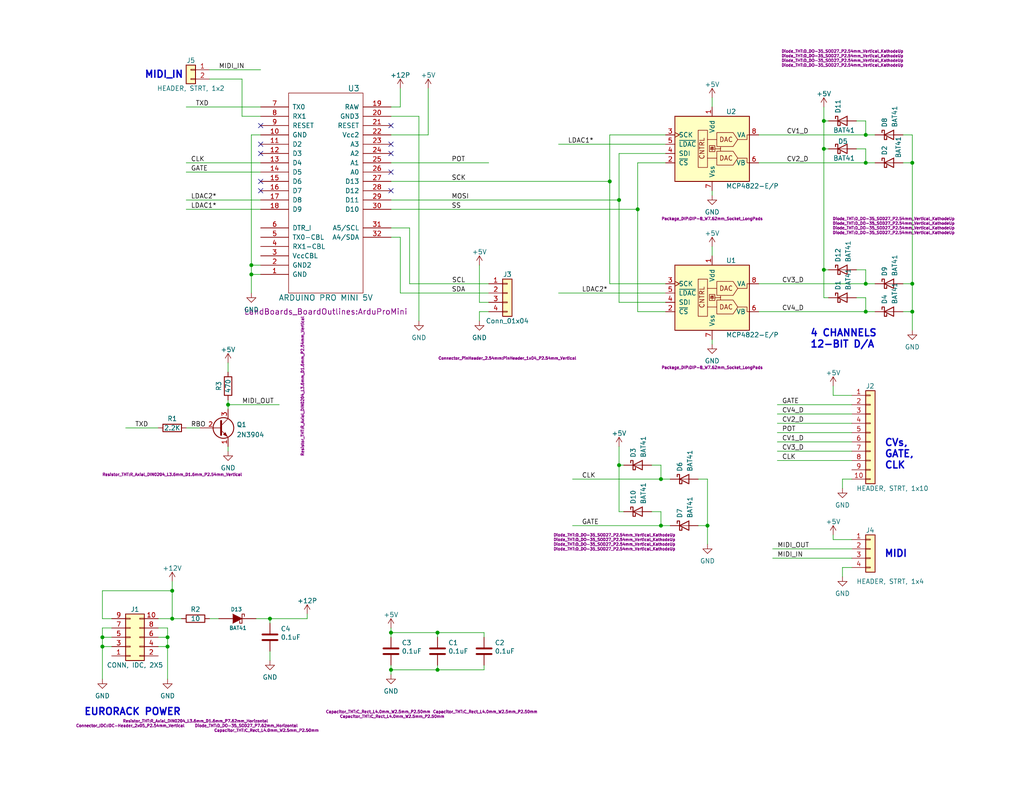
<source format=kicad_sch>
(kicad_sch (version 20211123) (generator eeschema)
  (paper "A")
  (title_block (title "SYNTH MIDI CONTROLLER") (date "2022-11-01") (rev "1") (company "LAND BOARDS LLC") (comment 1 "https://note.com/solder_state/n/n17e028497eba"))
  (lib_symbols
    (symbol "Analog_DAC:MCP4822" (pin_names (offset 1.016))
      (property "Reference" "U" (at -2.54 10.795 0))
      (property "Value" "MCP4822" (at -2.54 8.89 0))
      (symbol "MCP4822_0_0"
        (polyline (pts (xy 0 -1.778) (xy 0 -0.635)))
        (polyline (pts (xy 0.381 -0.889) (xy 0.508 -0.762)))
        (polyline (pts (xy 2.286 -1.143) (xy 2.286 -1.905)))
        (polyline (pts (xy 0.381 -0.889) (xy -0.381 -0.889) (xy -0.508 -1.016)))
        (polyline (pts (xy 0.762 -1.27) (xy 2.286 -1.27) (xy 2.286 -0.762)))
        (polyline (pts (xy 0 -0.889) (xy 0.508 -1.397) (xy -0.508 -1.397) (xy 0 -0.889)))
        (polyline (pts (xy 6.985 -3.81) (xy 9.525 -3.81) (xy 9.525 -5.08) (xy 10.16 -5.08)))
        (polyline (pts (xy 6.985 1.27) (xy 9.525 1.27) (xy 9.525 2.54) (xy 10.16 2.54)))
        (rectangle (start 0.762 -0.381) (end -0.762 -2.032))
        (text "CNTRL" (at -2.032 -4.191 900) (effects (font (size 1.27 1.27)) (justify left bottom)))
        (text "DAC" (at 3.81 -3.81 0) (effects (font (size 1.27 1.27))))
        (text "DAC" (at 3.81 1.27 0) (effects (font (size 1.27 1.27))))
      )
      (symbol "MCP4822_0_1"
        (rectangle (start -10.16 7.62) (end 10.16 -10.16) (stroke (width 0.254)) (fill (type background)))
        (rectangle (start -1.27 -6.35) (end -3.81 3.81))
        (polyline (pts (xy 1.27 -3.81) (xy -1.27 -3.81)))
        (polyline (pts (xy 1.27 1.27) (xy -1.27 1.27)))
        (polyline (pts (xy 6.985 -3.81) (xy 5.715 -1.905) (xy 1.27 -1.905) (xy 1.27 -5.715) (xy 5.715 -5.715) (xy 6.985 -3.81)))
        (polyline (pts (xy 6.985 1.27) (xy 5.715 3.175) (xy 1.27 3.175) (xy 1.27 -0.635) (xy 5.715 -0.635) (xy 6.985 1.27)))
      )
      (symbol "MCP4822_1_1"
        (pin power_in line (at 0 10.16 270) (length 2.54) (name "Vdd") (number "1"))
        (pin input line (at -12.7 -5.08 0) (length 2.54) (name "~{CS}") (number "2"))
        (pin input clock (at -12.7 2.54 0) (length 2.54) (name "SCK") (number "3"))
        (pin input line (at -12.7 -2.54 0) (length 2.54) (name "SDI") (number "4"))
        (pin input line (at -12.7 0 0) (length 2.54) (name "~{LDAC}") (number "5"))
        (pin output line (at 12.7 -5.08 180) (length 2.54) (name "VB") (number "6"))
        (pin power_in line (at 0 -12.7 90) (length 2.54) (name "Vss") (number "7"))
        (pin output line (at 12.7 2.54 180) (length 2.54) (name "VA") (number "8"))
      )
    )
    (symbol "Connector_Generic:Conn_01x02" (pin_names (offset 1.016) hide)
      (property "Reference" "J" (at 0 2.54 0))
      (property "Value" "Conn_01x02" (at 0 -5.08 0))
      (symbol "Conn_01x02_1_1"
        (rectangle (start -1.27 -2.413) (end 0 -2.667) (stroke (width 0.1524)))
        (rectangle (start -1.27 0.127) (end 0 -0.127) (stroke (width 0.1524)))
        (rectangle (start -1.27 1.27) (end 1.27 -3.81) (stroke (width 0.254)) (fill (type background)))
        (pin passive line (at -5.08 0 0) (length 3.81) (name "Pin_1") (number "1"))
        (pin passive line (at -5.08 -2.54 0) (length 3.81) (name "Pin_2") (number "2"))
      )
    )
    (symbol "Connector_Generic:Conn_01x04" (pin_names (offset 1.016) hide)
      (property "Reference" "J" (at 0 5.08 0))
      (property "Value" "Conn_01x04" (at 0 -7.62 0))
      (symbol "Conn_01x04_1_1"
        (rectangle (start -1.27 -4.953) (end 0 -5.207) (stroke (width 0.1524)))
        (rectangle (start -1.27 -2.413) (end 0 -2.667) (stroke (width 0.1524)))
        (rectangle (start -1.27 0.127) (end 0 -0.127) (stroke (width 0.1524)))
        (rectangle (start -1.27 2.667) (end 0 2.413) (stroke (width 0.1524)))
        (rectangle (start -1.27 3.81) (end 1.27 -6.35) (stroke (width 0.254)) (fill (type background)))
        (pin passive line (at -5.08 2.54 0) (length 3.81) (name "Pin_1") (number "1"))
        (pin passive line (at -5.08 0 0) (length 3.81) (name "Pin_2") (number "2"))
        (pin passive line (at -5.08 -2.54 0) (length 3.81) (name "Pin_3") (number "3"))
        (pin passive line (at -5.08 -5.08 0) (length 3.81) (name "Pin_4") (number "4"))
      )
    )
    (symbol "Connector_Generic:Conn_01x10" (pin_names (offset 1.016) hide)
      (property "Reference" "J" (at 0 12.7 0))
      (property "Value" "Conn_01x10" (at 0 -15.24 0))
      (symbol "Conn_01x10_1_1"
        (rectangle (start -1.27 -12.573) (end 0 -12.827) (stroke (width 0.1524)))
        (rectangle (start -1.27 -10.033) (end 0 -10.287) (stroke (width 0.1524)))
        (rectangle (start -1.27 -7.493) (end 0 -7.747) (stroke (width 0.1524)))
        (rectangle (start -1.27 -4.953) (end 0 -5.207) (stroke (width 0.1524)))
        (rectangle (start -1.27 -2.413) (end 0 -2.667) (stroke (width 0.1524)))
        (rectangle (start -1.27 0.127) (end 0 -0.127) (stroke (width 0.1524)))
        (rectangle (start -1.27 2.667) (end 0 2.413) (stroke (width 0.1524)))
        (rectangle (start -1.27 5.207) (end 0 4.953) (stroke (width 0.1524)))
        (rectangle (start -1.27 7.747) (end 0 7.493) (stroke (width 0.1524)))
        (rectangle (start -1.27 10.287) (end 0 10.033) (stroke (width 0.1524)))
        (rectangle (start -1.27 11.43) (end 1.27 -13.97) (stroke (width 0.254)) (fill (type background)))
        (pin passive line (at -5.08 10.16 0) (length 3.81) (name "Pin_1") (number "1"))
        (pin passive line (at -5.08 -12.7 0) (length 3.81) (name "Pin_10") (number "10"))
        (pin passive line (at -5.08 7.62 0) (length 3.81) (name "Pin_2") (number "2"))
        (pin passive line (at -5.08 5.08 0) (length 3.81) (name "Pin_3") (number "3"))
        (pin passive line (at -5.08 2.54 0) (length 3.81) (name "Pin_4") (number "4"))
        (pin passive line (at -5.08 0 0) (length 3.81) (name "Pin_5") (number "5"))
        (pin passive line (at -5.08 -2.54 0) (length 3.81) (name "Pin_6") (number "6"))
        (pin passive line (at -5.08 -5.08 0) (length 3.81) (name "Pin_7") (number "7"))
        (pin passive line (at -5.08 -7.62 0) (length 3.81) (name "Pin_8") (number "8"))
        (pin passive line (at -5.08 -10.16 0) (length 3.81) (name "Pin_9") (number "9"))
      )
    )
    (symbol "Connector_Generic:Conn_02x05_Odd_Even" (pin_names (offset 1.016) hide)
      (property "Reference" "J" (at 1.27 7.62 0))
      (property "Value" "Conn_02x05_Odd_Even" (at 1.27 -7.62 0))
      (symbol "Conn_02x05_Odd_Even_1_1"
        (rectangle (start -1.27 -4.953) (end 0 -5.207) (stroke (width 0.1524)))
        (rectangle (start -1.27 -2.413) (end 0 -2.667) (stroke (width 0.1524)))
        (rectangle (start -1.27 0.127) (end 0 -0.127) (stroke (width 0.1524)))
        (rectangle (start -1.27 2.667) (end 0 2.413) (stroke (width 0.1524)))
        (rectangle (start -1.27 5.207) (end 0 4.953) (stroke (width 0.1524)))
        (rectangle (start -1.27 6.35) (end 3.81 -6.35) (stroke (width 0.254)) (fill (type background)))
        (rectangle (start 3.81 -4.953) (end 2.54 -5.207) (stroke (width 0.1524)))
        (rectangle (start 3.81 -2.413) (end 2.54 -2.667) (stroke (width 0.1524)))
        (rectangle (start 3.81 0.127) (end 2.54 -0.127) (stroke (width 0.1524)))
        (rectangle (start 3.81 2.667) (end 2.54 2.413) (stroke (width 0.1524)))
        (rectangle (start 3.81 5.207) (end 2.54 4.953) (stroke (width 0.1524)))
        (pin passive line (at -5.08 5.08 0) (length 3.81) (name "Pin_1") (number "1"))
        (pin passive line (at 7.62 -5.08 180) (length 3.81) (name "Pin_10") (number "10"))
        (pin passive line (at 7.62 5.08 180) (length 3.81) (name "Pin_2") (number "2"))
        (pin passive line (at -5.08 2.54 0) (length 3.81) (name "Pin_3") (number "3"))
        (pin passive line (at 7.62 2.54 180) (length 3.81) (name "Pin_4") (number "4"))
        (pin passive line (at -5.08 0 0) (length 3.81) (name "Pin_5") (number "5"))
        (pin passive line (at 7.62 0 180) (length 3.81) (name "Pin_6") (number "6"))
        (pin passive line (at -5.08 -2.54 0) (length 3.81) (name "Pin_7") (number "7"))
        (pin passive line (at 7.62 -2.54 180) (length 3.81) (name "Pin_8") (number "8"))
        (pin passive line (at -5.08 -5.08 0) (length 3.81) (name "Pin_9") (number "9"))
      )
    )
    (symbol "Device:C" (pin_numbers hide) (pin_names (offset 0.254))
      (property "Reference" "C" (at 0.635 2.54 0))
      (property "Value" "C" (at 0.635 -2.54 0))
      (symbol "C_0_1"
        (polyline (pts (xy -2.032 -0.762) (xy 2.032 -0.762)) (stroke (width 0.508)))
        (polyline (pts (xy -2.032 0.762) (xy 2.032 0.762)) (stroke (width 0.508)))
      )
      (symbol "C_1_1"
        (pin passive line (at 0 3.81 270) (length 2.794) (name "~") (number "1"))
        (pin passive line (at 0 -3.81 90) (length 2.794) (name "~") (number "2"))
      )
    )
    (symbol "Device:D_Schottky" (pin_numbers hide) (pin_names (offset 1.016) hide)
      (property "Reference" "D" (at 0 2.54 0))
      (property "Value" "D_Schottky" (at 0 -2.54 0))
      (symbol "D_Schottky_0_1"
        (polyline (pts (xy 1.27 0) (xy -1.27 0)))
        (polyline (pts (xy 1.27 1.27) (xy 1.27 -1.27) (xy -1.27 0) (xy 1.27 1.27)) (stroke (width 0.254)))
        (polyline (pts (xy -1.905 0.635) (xy -1.905 1.27) (xy -1.27 1.27) (xy -1.27 -1.27) (xy -0.635 -1.27) (xy -0.635 -0.635)) (stroke (width 0.254)))
      )
      (symbol "D_Schottky_1_1"
        (pin passive line (at -3.81 0 0) (length 2.54) (name "K") (number "1"))
        (pin passive line (at 3.81 0 180) (length 2.54) (name "A") (number "2"))
      )
    )
    (symbol "Device:R" (pin_numbers hide) (pin_names (offset 0))
      (property "Reference" "R" (at 2.032 0 90))
      (property "Value" "R" (at 0 0 90))
      (symbol "R_0_1"
        (rectangle (start -1.016 -2.54) (end 1.016 2.54) (stroke (width 0.254)))
      )
      (symbol "R_1_1"
        (pin passive line (at 0 3.81 270) (length 1.27) (name "~") (number "1"))
        (pin passive line (at 0 -3.81 90) (length 1.27) (name "~") (number "2"))
      )
    )
    (symbol "LandBoards_Semis:DIODESCH-fixed" (pin_numbers hide) (pin_names (offset 1.016) hide)
      (property "Reference" "D" (at 0 2.54 0))
      (property "Value" "DIODESCH-fixed" (at 0 -2.54 0))
      (symbol "DIODESCH-fixed_0_1"
        (polyline (pts (xy -1.27 1.27) (xy 1.27 0) (xy -1.27 -1.27)) (fill (type outline)))
        (polyline (pts (xy 1.905 0.635) (xy 1.905 1.27) (xy 1.27 1.27) (xy 1.27 -1.27) (xy 0.635 -1.27) (xy 0.635 -0.635)) (stroke (width 0.2032)))
      )
      (symbol "DIODESCH-fixed_1_1"
        (pin passive line (at 5.08 0 180) (length 3.81) (name "K") (number "1"))
        (pin passive line (at -5.08 0 0) (length 3.81) (name "A") (number "2"))
      )
    )
    (symbol "Transistor_BJT:2N3904" (pin_names (offset 0) hide)
      (property "Reference" "Q" (at 5.08 1.905 0))
      (property "Value" "2N3904" (at 5.08 0 0))
      (symbol "2N3904_0_1"
        (polyline (pts (xy 0.635 0.635) (xy 2.54 2.54)))
        (polyline (pts (xy 0.635 -0.635) (xy 2.54 -2.54) (xy 2.54 -2.54)))
        (polyline (pts (xy 0.635 1.905) (xy 0.635 -1.905) (xy 0.635 -1.905)) (stroke (width 0.508)))
        (polyline (pts (xy 1.27 -1.778) (xy 1.778 -1.27) (xy 2.286 -2.286) (xy 1.27 -1.778) (xy 1.27 -1.778)) (fill (type outline)))
        (circle (center 1.27 0) (radius 2.8194) (stroke (width 0.254)))
      )
      (symbol "2N3904_1_1"
        (pin passive line (at 2.54 -5.08 90) (length 2.54) (name "E") (number "1"))
        (pin passive line (at -5.08 0 0) (length 5.715) (name "B") (number "2"))
        (pin passive line (at 2.54 5.08 270) (length 2.54) (name "C") (number "3"))
      )
    )
    (symbol "VFO-003-rescue:ARDUPROMINI-ArduProMiniTKB" (pin_names (offset 1.016))
      (property "Reference" "uP" (at 10.16 19.05 0))
      (property "Value" "ARDUPROMINI-ArduProMiniTKB" (at 15.24 21.59 0))
      (symbol "ARDUPROMINI-ArduProMiniTKB_0_1"
        (polyline (pts (xy -10.16 -35.56) (xy -10.16 19.05) (xy 10.16 19.05) (xy 10.16 -35.56) (xy 0 -35.56) (xy -10.16 -35.56)))
      )
      (symbol "ARDUPROMINI-ArduProMiniTKB_1_1"
        (pin unspecified line (at -17.78 -30.48 0) (length 7.62) (name "GND") (number "1"))
        (pin unspecified line (at -17.78 7.62 0) (length 7.62) (name "GND") (number "10"))
        (pin bidirectional line (at -17.78 5.08 0) (length 7.62) (name "D2") (number "11"))
        (pin bidirectional line (at -17.78 2.54 0) (length 7.62) (name "D3") (number "12"))
        (pin bidirectional line (at -17.78 0 0) (length 7.62) (name "D4") (number "13"))
        (pin bidirectional line (at -17.78 -2.54 0) (length 7.62) (name "D5") (number "14"))
        (pin bidirectional line (at -17.78 -5.08 0) (length 7.62) (name "D6") (number "15"))
        (pin bidirectional line (at -17.78 -7.62 0) (length 7.62) (name "D7") (number "16"))
        (pin bidirectional line (at -17.78 -10.16 0) (length 7.62) (name "D8") (number "17"))
        (pin bidirectional line (at -17.78 -12.7 0) (length 7.62) (name "D9") (number "18"))
        (pin unspecified line (at 17.78 15.24 180) (length 7.62) (name "RAW") (number "19"))
        (pin unspecified line (at -17.78 -27.94 0) (length 7.62) (name "GND2") (number "2"))
        (pin unspecified line (at 17.78 12.7 180) (length 7.62) (name "GND3") (number "20"))
        (pin input line (at 17.78 10.16 180) (length 7.62) (name "RESET") (number "21"))
        (pin unspecified line (at 17.78 7.62 180) (length 7.62) (name "Vcc2") (number "22"))
        (pin bidirectional line (at 17.78 5.08 180) (length 7.62) (name "A3") (number "23"))
        (pin bidirectional line (at 17.78 2.54 180) (length 7.62) (name "A2") (number "24"))
        (pin bidirectional line (at 17.78 0 180) (length 7.62) (name "A1") (number "25"))
        (pin bidirectional line (at 17.78 -2.54 180) (length 7.62) (name "A0") (number "26"))
        (pin bidirectional line (at 17.78 -5.08 180) (length 7.62) (name "D13") (number "27"))
        (pin input line (at 17.78 -7.62 180) (length 7.62) (name "D12") (number "28"))
        (pin bidirectional line (at 17.78 -10.16 180) (length 7.62) (name "D11") (number "29"))
        (pin power_in line (at -17.78 -25.4 0) (length 7.62) (name "VccCBL") (number "3"))
        (pin bidirectional line (at 17.78 -12.7 180) (length 7.62) (name "D10") (number "30"))
        (pin bidirectional line (at 17.78 -17.78 180) (length 7.62) (name "A5/SCL") (number "31"))
        (pin bidirectional line (at 17.78 -20.32 180) (length 7.62) (name "A4/SDA") (number "32"))
        (pin unspecified line (at -17.78 -22.86 0) (length 7.62) (name "RX1-CBL") (number "4"))
        (pin unspecified line (at -17.78 -20.32 0) (length 7.62) (name "TX0-CBL") (number "5"))
        (pin unspecified line (at -17.78 -17.78 0) (length 7.62) (name "DTR_I") (number "6"))
        (pin bidirectional line (at -17.78 15.24 0) (length 7.62) (name "TX0") (number "7"))
        (pin bidirectional line (at -17.78 12.7 0) (length 7.62) (name "RX1") (number "8"))
        (pin input line (at -17.78 10.16 0) (length 7.62) (name "RESET") (number "9"))
      )
    )
    (symbol "power:+12P" (power) (pin_names (offset 0))
      (property "Value" "+12P" (at 0 3.556 0))
      (symbol "+12P_0_1"
        (polyline (pts (xy -0.762 1.27) (xy 0 2.54)))
        (polyline (pts (xy 0 0) (xy 0 2.54)))
        (polyline (pts (xy 0 2.54) (xy 0.762 1.27)))
      )
      (symbol "+12P_1_1"
        (pin power_in line (at 0 0 90) (length 0) hide (name "+12P") (number "1"))
      )
    )
    (symbol "power:+12V" (power) (pin_names (offset 0))
      (property "Value" "+12V" (at 0 3.556 0))
      (symbol "+12V_0_1"
        (polyline (pts (xy -0.762 1.27) (xy 0 2.54)))
        (polyline (pts (xy 0 0) (xy 0 2.54)))
        (polyline (pts (xy 0 2.54) (xy 0.762 1.27)))
      )
      (symbol "+12V_1_1"
        (pin power_in line (at 0 0 90) (length 0) hide (name "+12V") (number "1"))
      )
    )
    (symbol "power:+5V" (power) (pin_names (offset 0))
      (property "Value" "+5V" (at 0 3.556 0))
      (symbol "+5V_0_1"
        (polyline (pts (xy -0.762 1.27) (xy 0 2.54)))
        (polyline (pts (xy 0 0) (xy 0 2.54)))
        (polyline (pts (xy 0 2.54) (xy 0.762 1.27)))
      )
      (symbol "+5V_1_1"
        (pin power_in line (at 0 0 90) (length 0) hide (name "+5V") (number "1"))
      )
    )
    (symbol "power:GND" (power) (pin_names (offset 0))
      (property "Value" "GND" (at 0 -3.81 0))
      (symbol "GND_0_1"
        (polyline (pts (xy 0 0) (xy 0 -1.27) (xy 1.27 -1.27) (xy 0 -2.54) (xy -1.27 -1.27) (xy 0 -1.27)))
      )
      (symbol "GND_1_1"
        (pin power_in line (at 0 0 270) (length 0) hide (name "GND") (number "1"))
      )
    )
  )
  (junction (at 68.58 72.39))
  (junction (at 45.72 176.53))
  (junction (at 119.38 172.72))
  (junction (at 27.94 173.99))
  (junction (at 119.38 182.88))
  (junction (at 68.58 74.93))
  (junction (at 248.92 44.45))
  (junction (at 106.68 172.72))
  (junction (at 73.66 168.91))
  (junction (at 248.92 77.47))
  (junction (at 236.22 44.45))
  (junction (at 224.79 33.02))
  (junction (at 46.99 168.91))
  (junction (at 180.34 130.81))
  (junction (at 180.34 143.51))
  (junction (at 166.37 49.53))
  (junction (at 193.04 143.51))
  (junction (at 173.99 57.15))
  (junction (at 45.72 173.99))
  (junction (at 236.22 85.09))
  (junction (at 224.79 73.66))
  (junction (at 236.22 36.83))
  (junction (at 168.91 54.61))
  (junction (at 46.99 161.29))
  (junction (at 62.23 110.49))
  (junction (at 168.91 127))
  (junction (at 248.92 85.09))
  (junction (at 27.94 176.53))
  (junction (at 236.22 77.47))
  (junction (at 106.68 182.88))
  (junction (at 224.79 40.64))
  (no_connect (at 71.12 34.29))
  (no_connect (at 71.12 39.37))
  (no_connect (at 71.12 41.91))
  (no_connect (at 71.12 49.53))
  (no_connect (at 71.12 52.07))
  (no_connect (at 106.68 52.07))
  (no_connect (at 106.68 46.99))
  (no_connect (at 106.68 41.91))
  (no_connect (at 106.68 39.37))
  (no_connect (at 106.68 34.29))
  (wire (pts (xy 62.23 111.76) (xy 62.23 110.49)))
  (wire (pts (xy 45.72 173.99) (xy 45.72 176.53)))
  (wire (pts (xy 232.41 130.81) (xy 229.87 130.81)))
  (wire (pts (xy 236.22 77.47) (xy 238.76 77.47)))
  (wire (pts (xy 177.8 127) (xy 180.34 127)))
  (wire (pts (xy 236.22 33.02) (xy 236.22 36.83)))
  (wire (pts (xy 233.68 33.02) (xy 236.22 33.02)))
  (wire (pts (xy 152.4 39.37) (xy 181.61 39.37)))
  (wire (pts (xy 207.01 77.47) (xy 236.22 77.47)))
  (wire (pts (xy 130.81 85.09) (xy 130.81 87.63)))
  (wire (pts (xy 207.01 85.09) (xy 236.22 85.09)))
  (wire (pts (xy 119.38 182.88) (xy 106.68 182.88)))
  (wire (pts (xy 224.79 29.21) (xy 224.79 33.02)))
  (wire (pts (xy 46.99 158.75) (xy 46.99 161.29)))
  (wire (pts (xy 194.31 92.71) (xy 194.31 93.98)))
  (wire (pts (xy 193.04 143.51) (xy 193.04 148.59)))
  (wire (pts (xy 180.34 130.81) (xy 182.88 130.81)))
  (wire (pts (xy 106.68 171.45) (xy 106.68 172.72)))
  (wire (pts (xy 232.41 107.95) (xy 227.33 107.95)))
  (wire (pts (xy 66.04 31.75) (xy 66.04 21.59)))
  (wire (pts (xy 50.8 57.15) (xy 71.12 57.15)))
  (wire (pts (xy 106.68 172.72) (xy 106.68 173.99)))
  (wire (pts (xy 232.41 152.4) (xy 210.82 152.4)))
  (wire (pts (xy 236.22 44.45) (xy 238.76 44.45)))
  (wire (pts (xy 46.99 161.29) (xy 46.99 168.91)))
  (wire (pts (xy 133.35 77.47) (xy 111.76 77.47)))
  (wire (pts (xy 248.92 77.47) (xy 248.92 85.09)))
  (wire (pts (xy 50.8 29.21) (xy 71.12 29.21)))
  (wire (pts (xy 232.41 115.57) (xy 212.09 115.57)))
  (wire (pts (xy 181.61 85.09) (xy 173.99 85.09)))
  (wire (pts (xy 173.99 44.45) (xy 173.99 57.15)))
  (wire (pts (xy 119.38 172.72) (xy 132.08 172.72)))
  (wire (pts (xy 106.68 36.83) (xy 116.84 36.83)))
  (wire (pts (xy 66.04 21.59) (xy 57.15 21.59)))
  (wire (pts (xy 43.18 171.45) (xy 45.72 171.45)))
  (wire (pts (xy 132.08 181.61) (xy 132.08 182.88)))
  (wire (pts (xy 224.79 40.64) (xy 226.06 40.64)))
  (wire (pts (xy 109.22 64.77) (xy 106.68 64.77)))
  (wire (pts (xy 62.23 121.92) (xy 62.23 123.19)))
  (wire (pts (xy 106.68 44.45) (xy 133.35 44.45)))
  (wire (pts (xy 194.31 67.31) (xy 194.31 69.85)))
  (wire (pts (xy 232.41 123.19) (xy 212.09 123.19)))
  (wire (pts (xy 83.82 168.91) (xy 83.82 167.64)))
  (wire (pts (xy 168.91 139.7) (xy 170.18 139.7)))
  (wire (pts (xy 224.79 73.66) (xy 226.06 73.66)))
  (wire (pts (xy 116.84 36.83) (xy 116.84 24.13)))
  (wire (pts (xy 30.48 171.45) (xy 27.94 171.45)))
  (wire (pts (xy 27.94 168.91) (xy 27.94 161.29)))
  (wire (pts (xy 232.41 120.65) (xy 212.09 120.65)))
  (wire (pts (xy 59.69 168.91) (xy 57.15 168.91)))
  (wire (pts (xy 224.79 73.66) (xy 224.79 81.28)))
  (wire (pts (xy 248.92 44.45) (xy 248.92 77.47)))
  (wire (pts (xy 62.23 99.06) (xy 62.23 101.6)))
  (wire (pts (xy 114.3 31.75) (xy 114.3 87.63)))
  (wire (pts (xy 232.41 125.73) (xy 212.09 125.73)))
  (wire (pts (xy 229.87 154.94) (xy 232.41 154.94)))
  (wire (pts (xy 168.91 41.91) (xy 168.91 54.61)))
  (wire (pts (xy 232.41 149.86) (xy 210.82 149.86)))
  (wire (pts (xy 232.41 113.03) (xy 212.09 113.03)))
  (wire (pts (xy 27.94 176.53) (xy 30.48 176.53)))
  (wire (pts (xy 190.5 130.81) (xy 193.04 130.81)))
  (wire (pts (xy 232.41 118.11) (xy 212.09 118.11)))
  (wire (pts (xy 68.58 74.93) (xy 68.58 80.01)))
  (wire (pts (xy 224.79 33.02) (xy 226.06 33.02)))
  (wire (pts (xy 50.8 54.61) (xy 71.12 54.61)))
  (wire (pts (xy 248.92 36.83) (xy 248.92 44.45)))
  (wire (pts (xy 68.58 72.39) (xy 68.58 74.93)))
  (wire (pts (xy 119.38 181.61) (xy 119.38 182.88)))
  (wire (pts (xy 207.01 36.83) (xy 236.22 36.83)))
  (wire (pts (xy 133.35 85.09) (xy 130.81 85.09)))
  (wire (pts (xy 229.87 130.81) (xy 229.87 133.35)))
  (wire (pts (xy 73.66 177.8) (xy 73.66 180.34)))
  (wire (pts (xy 106.68 182.88) (xy 106.68 181.61)))
  (wire (pts (xy 106.68 49.53) (xy 166.37 49.53)))
  (wire (pts (xy 45.72 171.45) (xy 45.72 173.99)))
  (wire (pts (xy 166.37 49.53) (xy 166.37 77.47)))
  (wire (pts (xy 181.61 82.55) (xy 168.91 82.55)))
  (wire (pts (xy 236.22 81.28) (xy 236.22 85.09)))
  (wire (pts (xy 132.08 182.88) (xy 119.38 182.88)))
  (wire (pts (xy 248.92 85.09) (xy 248.92 90.17)))
  (wire (pts (xy 46.99 168.91) (xy 43.18 168.91)))
  (wire (pts (xy 227.33 146.05) (xy 227.33 147.32)))
  (wire (pts (xy 227.33 147.32) (xy 232.41 147.32)))
  (wire (pts (xy 233.68 40.64) (xy 236.22 40.64)))
  (wire (pts (xy 62.23 109.22) (xy 62.23 110.49)))
  (wire (pts (xy 166.37 36.83) (xy 166.37 49.53)))
  (wire (pts (xy 27.94 171.45) (xy 27.94 173.99)))
  (wire (pts (xy 224.79 81.28) (xy 226.06 81.28)))
  (wire (pts (xy 106.68 172.72) (xy 119.38 172.72)))
  (wire (pts (xy 73.66 168.91) (xy 83.82 168.91)))
  (wire (pts (xy 207.01 44.45) (xy 236.22 44.45)))
  (wire (pts (xy 156.21 143.51) (xy 180.34 143.51)))
  (wire (pts (xy 168.91 41.91) (xy 181.61 41.91)))
  (wire (pts (xy 173.99 44.45) (xy 181.61 44.45)))
  (wire (pts (xy 194.31 52.07) (xy 194.31 53.34)))
  (wire (pts (xy 168.91 127) (xy 170.18 127)))
  (wire (pts (xy 232.41 110.49) (xy 212.09 110.49)))
  (wire (pts (xy 106.68 57.15) (xy 173.99 57.15)))
  (wire (pts (xy 34.29 116.84) (xy 43.18 116.84)))
  (wire (pts (xy 130.81 72.39) (xy 130.81 82.55)))
  (wire (pts (xy 50.8 44.45) (xy 71.12 44.45)))
  (wire (pts (xy 66.04 31.75) (xy 71.12 31.75)))
  (wire (pts (xy 50.8 46.99) (xy 71.12 46.99)))
  (wire (pts (xy 180.34 143.51) (xy 182.88 143.51)))
  (wire (pts (xy 130.81 82.55) (xy 133.35 82.55)))
  (wire (pts (xy 109.22 80.01) (xy 109.22 64.77)))
  (wire (pts (xy 227.33 107.95) (xy 227.33 105.41)))
  (wire (pts (xy 233.68 81.28) (xy 236.22 81.28)))
  (wire (pts (xy 68.58 72.39) (xy 68.58 36.83)))
  (wire (pts (xy 236.22 40.64) (xy 236.22 44.45)))
  (wire (pts (xy 106.68 182.88) (xy 106.68 184.15)))
  (wire (pts (xy 106.68 62.23) (xy 111.76 62.23)))
  (wire (pts (xy 236.22 36.83) (xy 238.76 36.83)))
  (wire (pts (xy 106.68 31.75) (xy 114.3 31.75)))
  (wire (pts (xy 45.72 176.53) (xy 45.72 185.42)))
  (wire (pts (xy 30.48 168.91) (xy 27.94 168.91)))
  (wire (pts (xy 109.22 24.13) (xy 109.22 29.21)))
  (wire (pts (xy 46.99 168.91) (xy 49.53 168.91)))
  (wire (pts (xy 168.91 127) (xy 168.91 139.7)))
  (wire (pts (xy 119.38 172.72) (xy 119.38 173.99)))
  (wire (pts (xy 224.79 40.64) (xy 224.79 73.66)))
  (wire (pts (xy 229.87 154.94) (xy 229.87 157.48)))
  (wire (pts (xy 73.66 170.18) (xy 73.66 168.91)))
  (wire (pts (xy 132.08 172.72) (xy 132.08 173.99)))
  (wire (pts (xy 177.8 139.7) (xy 180.34 139.7)))
  (wire (pts (xy 27.94 173.99) (xy 30.48 173.99)))
  (wire (pts (xy 156.21 130.81) (xy 180.34 130.81)))
  (wire (pts (xy 68.58 36.83) (xy 71.12 36.83)))
  (wire (pts (xy 71.12 72.39) (xy 68.58 72.39)))
  (wire (pts (xy 27.94 173.99) (xy 27.94 176.53)))
  (wire (pts (xy 173.99 57.15) (xy 173.99 85.09)))
  (wire (pts (xy 62.23 110.49) (xy 76.2 110.49)))
  (wire (pts (xy 246.38 44.45) (xy 248.92 44.45)))
  (wire (pts (xy 43.18 176.53) (xy 45.72 176.53)))
  (wire (pts (xy 193.04 130.81) (xy 193.04 143.51)))
  (wire (pts (xy 180.34 127) (xy 180.34 130.81)))
  (wire (pts (xy 133.35 80.01) (xy 109.22 80.01)))
  (wire (pts (xy 111.76 77.47) (xy 111.76 62.23)))
  (wire (pts (xy 246.38 77.47) (xy 248.92 77.47)))
  (wire (pts (xy 106.68 54.61) (xy 168.91 54.61)))
  (wire (pts (xy 190.5 143.51) (xy 193.04 143.51)))
  (wire (pts (xy 236.22 85.09) (xy 238.76 85.09)))
  (wire (pts (xy 57.15 19.05) (xy 71.12 19.05)))
  (wire (pts (xy 224.79 33.02) (xy 224.79 40.64)))
  (wire (pts (xy 181.61 77.47) (xy 166.37 77.47)))
  (wire (pts (xy 106.68 29.21) (xy 109.22 29.21)))
  (wire (pts (xy 69.85 168.91) (xy 73.66 168.91)))
  (wire (pts (xy 168.91 121.92) (xy 168.91 127)))
  (wire (pts (xy 27.94 176.53) (xy 27.94 185.42)))
  (wire (pts (xy 152.4 80.01) (xy 181.61 80.01)))
  (wire (pts (xy 68.58 74.93) (xy 71.12 74.93)))
  (wire (pts (xy 246.38 85.09) (xy 248.92 85.09)))
  (wire (pts (xy 50.8 116.84) (xy 54.61 116.84)))
  (wire (pts (xy 43.18 173.99) (xy 45.72 173.99)))
  (wire (pts (xy 246.38 36.83) (xy 248.92 36.83)))
  (wire (pts (xy 236.22 73.66) (xy 236.22 77.47)))
  (wire (pts (xy 194.31 26.67) (xy 194.31 29.21)))
  (wire (pts (xy 27.94 161.29) (xy 46.99 161.29)))
  (wire (pts (xy 166.37 36.83) (xy 181.61 36.83)))
  (wire (pts (xy 233.68 73.66) (xy 236.22 73.66)))
  (wire (pts (xy 180.34 139.7) (xy 180.34 143.51)))
  (wire (pts (xy 168.91 54.61) (xy 168.91 82.55)))
  (text "CVs,\nGATE,\nCLK" (at 241.3 128.27 0) (effects (font (size 1.905 1.905) (thickness 0.381) bold) (justify left bottom)))
  (text "MIDI_IN" (at 39.37 21.59 0) (effects (font (size 1.905 1.905) (thickness 0.381) bold) (justify left bottom)))
  (text "4 CHANNELS\n12-BIT D/A" (at 220.98 95.25 0) (effects (font (size 1.905 1.905) (thickness 0.381) bold) (justify left bottom)))
  (text "MIDI" (at 247.65 152.4 180) (effects (font (size 1.905 1.905) (thickness 0.381) bold) (justify right bottom)))
  (text "EURORACK POWER" (at 22.86 195.58 0) (effects (font (size 1.905 1.905) (thickness 0.381) bold) (justify left bottom)))
  (label "MIDI_OUT" (at 212.09 149.86 0))
  (label "TXD" (at 53.34 29.21 0))
  (label "CLK" (at 158.75 130.81 0))
  (label "CV2_D" (at 214.63 44.45 0))
  (label "CV1_D" (at 213.36 120.65 0))
  (label "GATE" (at 213.36 110.49 0))
  (label "LDAC2*" (at 52.07 54.61 0))
  (label "SCL" (at 127 77.47 180))
  (label "GATE" (at 52.07 46.99 0))
  (label "CLK" (at 52.07 44.45 0))
  (label "POT" (at 123.19 44.45 0))
  (label "CV4_D" (at 213.36 113.03 0))
  (label "MIDI_OUT" (at 66.04 110.49 0))
  (label "LDAC2*" (at 158.75 80.01 0))
  (label "MIDI_IN" (at 59.69 19.05 0))
  (label "MOSI" (at 123.19 54.61 0))
  (label "MIDI_IN" (at 212.09 152.4 0))
  (label "RBO" (at 52.07 116.84 0))
  (label "CV3_D" (at 213.36 123.19 0))
  (label "CV4_D" (at 213.36 85.09 0))
  (label "CV3_D" (at 213.36 77.47 0))
  (label "SCK" (at 123.19 49.53 0))
  (label "CV1_D" (at 214.63 36.83 0))
  (label "CLK" (at 213.36 125.73 0))
  (label "GATE" (at 158.75 143.51 0))
  (label "SDA" (at 127 80.01 180))
  (label "POT" (at 213.36 118.11 0))
  (label "SS" (at 123.19 57.15 0))
  (label "LDAC1*" (at 154.94 39.37 0))
  (label "CV2_D" (at 213.36 115.57 0))
  (label "LDAC1*" (at 52.07 57.15 0))
  (label "TXD" (at 36.83 116.84 0))
  (symbol (lib_id "power:GND") (at 68.58 80.01 0) (mirror y) (unit 1)
    (property "Reference" "#PWR0109" (effects hide))
    (property "Value" "GND" (at 68.58 84.5725 0))
  )
  (symbol (lib_id "Device:D_Schottky") (at 186.69 143.51 0) (unit 1)
    (property "Reference" "D7" (at 185.464 141.478 90) (effects (justify left)))
    (property "Value" "BAT41" (at 188.2391 141.478 90) (effects (justify left)))
    (property "Footprint" "Diode_THT:D_DO-35_SOD27_P2.54mm_Vertical_KathodeUp" (at 167.64 149.86 0) (effects (font (size 0.762 0.762))))
  )
  (symbol (lib_id "Analog_DAC:MCP4822") (at 194.31 39.37 0) (unit 1)
    (property "Reference" "U2" (at 198.12 30.48 0) (effects (justify left)))
    (property "Value" "MCP4822-E/P" (at 198.12 50.8 0) (effects (justify left)))
    (property "Footprint" "Package_DIP:DIP-8_W7.62mm_Socket_LongPads" (at 194.31 59.69 0) (effects (font (size 0.762 0.762))))
  )
  (symbol (lib_id "Analog_DAC:MCP4822") (at 194.31 80.01 0) (unit 1)
    (property "Reference" "U1" (at 198.12 71.12 0) (effects (justify left)))
    (property "Value" "MCP4822-E/P" (at 198.12 91.44 0) (effects (justify left)))
    (property "Footprint" "Package_DIP:DIP-8_W7.62mm_Socket_LongPads" (at 194.31 100.33 0) (effects (font (size 0.762 0.762))))
  )
  (symbol (lib_id "power:GND") (at 27.94 185.42 0) (unit 1)
    (property "Reference" "#PWR0125" (effects hide))
    (property "Value" "GND" (at 27.94 189.9825 0))
  )
  (symbol (lib_id "Device:D_Schottky") (at 229.87 40.64 0) (unit 1)
    (property "Reference" "D5" (at 228.644 38.608 0) (effects (justify left)))
    (property "Value" "BAT41" (at 227.33 43.18 0) (effects (justify left)))
    (property "Footprint" "Diode_THT:D_DO-35_SOD27_P2.54mm_Vertical_KathodeUp" (at 229.87 16.51 0) (effects (font (size 0.762 0.762))))
  )
  (symbol (lib_id "Connector_Generic:Conn_01x04") (at 138.43 80.01 0) (unit 1)
    (property "Reference" "J3" (at 138.43 74.93 0))
    (property "Value" "Conn_01x04" (at 138.43 87.63 0))
    (property "Footprint" "Connector_PinHeader_2.54mm:PinHeader_1x04_P2.54mm_Vertical" (at 138.43 97.79 0) (effects (font (size 0.762 0.762))))
  )
  (symbol (lib_id "Connector_Generic:Conn_01x02") (at 52.07 19.05 0) (mirror y) (unit 1)
    (property "Reference" "J5" (at 52.07 16.51 0))
    (property "Value" "HEADER, STRT, 1x2" (at 52.07 24.13 0))
    (property "Footprint" "Connector_PinHeader_2.54mm:PinHeader_1x02_P2.54mm_Vertical" (effects hide))
  )
  (symbol (lib_id "Device:R") (at 46.99 116.84 270) (mirror x) (unit 1)
    (property "Reference" "R1" (at 46.99 114.3 90))
    (property "Value" "2.2K" (at 46.99 116.84 90))
    (property "Footprint" "Resistor_THT:R_Axial_DIN0204_L3.6mm_D1.6mm_P2.54mm_Vertical" (at 46.99 129.54 90) (effects (font (size 0.762 0.762))))
  )
  (symbol (lib_id "power:GND") (at 194.31 93.98 0) (unit 1)
    (property "Reference" "#PWR0144" (effects hide))
    (property "Value" "GND" (at 194.31 98.5425 0))
  )
  (symbol (lib_id "power:+5V") (at 194.31 67.31 0) (unit 1)
    (property "Reference" "#PWR0102" (effects hide))
    (property "Value" "+5V" (at 194.31 63.7055 0))
  )
  (symbol (lib_id "Device:C") (at 132.08 177.8 0) (unit 1)
    (property "Reference" "C2" (at 135.001 175.4886 0) (effects (justify left)))
    (property "Value" "0.1uF" (at 135.001 177.8 0) (effects (justify left)))
    (property "Footprint" "Capacitor_THT:C_Rect_L4.0mm_W2.5mm_P2.50mm" (at 118.11 194.31 0) (effects (font (size 0.762 0.762)) (justify left)))
  )
  (symbol (lib_id "power:+5V") (at 194.31 26.67 0) (unit 1)
    (property "Reference" "#PWR0104" (effects hide))
    (property "Value" "+5V" (at 194.31 23.0655 0))
  )
  (symbol (lib_id "Device:D_Schottky") (at 242.57 77.47 0) (unit 1)
    (property "Reference" "D9" (at 241.344 75.438 90) (effects (justify left)))
    (property "Value" "BAT41" (at 244.1191 75.438 90) (effects (justify left)))
    (property "Footprint" "Diode_THT:D_DO-35_SOD27_P2.54mm_Vertical_KathodeUp" (at 243.84 60.96 0) (effects (font (size 0.762 0.762))))
  )
  (symbol (lib_id "Device:D_Schottky") (at 242.57 36.83 0) (unit 1)
    (property "Reference" "D8" (at 241.344 34.798 90) (effects (justify left)))
    (property "Value" "BAT41" (at 244.1191 34.798 90) (effects (justify left)))
    (property "Footprint" "Diode_THT:D_DO-35_SOD27_P2.54mm_Vertical_KathodeUp" (at 229.87 15.24 0) (effects (font (size 0.762 0.762))))
  )
  (symbol (lib_id "power:GND") (at 130.81 87.63 0) (mirror y) (unit 1)
    (property "Reference" "#PWR0108" (effects hide))
    (property "Value" "GND" (at 130.81 92.1925 0))
  )
  (symbol (lib_id "Device:C") (at 119.38 177.8 0) (unit 1)
    (property "Reference" "C1" (at 122.301 175.4886 0) (effects (justify left)))
    (property "Value" "0.1uF" (at 122.301 177.8 0) (effects (justify left)))
    (property "Footprint" "Capacitor_THT:C_Rect_L4.0mm_W2.5mm_P2.50mm" (at 88.9 194.31 0) (effects (font (size 0.762 0.762)) (justify left)))
  )
  (symbol (lib_id "Device:R") (at 53.34 168.91 90) (unit 1)
    (property "Reference" "R2" (at 53.34 166.37 90))
    (property "Value" "10" (at 53.34 168.91 90))
    (property "Footprint" "Resistor_THT:R_Axial_DIN0204_L3.6mm_D1.6mm_P7.62mm_Horizontal" (at 53.34 196.85 90) (effects (font (size 0.762 0.762))))
  )
  (symbol (lib_id "Device:D_Schottky") (at 229.87 81.28 0) (unit 1)
    (property "Reference" "D1" (at 228.644 79.248 90) (effects (justify left)))
    (property "Value" "BAT41" (at 231.4191 79.248 90) (effects (justify left)))
    (property "Footprint" "Diode_THT:D_DO-35_SOD27_P2.54mm_Vertical_KathodeUp" (at 243.84 62.23 0) (effects (font (size 0.762 0.762))))
  )
  (symbol (lib_id "VFO-003-rescue:ARDUPROMINI-ArduProMiniTKB") (at 88.9 44.45 0) (unit 1)
    (property "Reference" "U3" (at 96.52 24.13 0) (effects (font (size 1.524 1.524))))
    (property "Value" "ARDUINO PRO MINI 5V" (at 88.9 81.28 0) (effects (font (size 1.524 1.524))))
    (property "Footprint" "LandBoards_BoardOutlines:ArduProMini" (at 88.9 85.09 0) (effects (font (size 1.524 1.524))))
  )
  (symbol (lib_id "power:+5V") (at 227.33 146.05 0) (mirror y) (unit 1)
    (property "Reference" "#PWR0116" (effects hide))
    (property "Value" "+5V" (at 227.33 142.4455 0))
  )
  (symbol (lib_id "power:+5V") (at 130.81 72.39 0) (unit 1)
    (property "Reference" "#PWR0103" (effects hide))
    (property "Value" "+5V" (at 130.81 68.7855 0))
  )
  (symbol (lib_id "Device:D_Schottky") (at 242.57 44.45 0) (unit 1)
    (property "Reference" "D2" (at 241.344 42.418 90) (effects (justify left)))
    (property "Value" "BAT41" (at 245.11 43.18 90) (effects (justify left)))
    (property "Footprint" "Diode_THT:D_DO-35_SOD27_P2.54mm_Vertical_KathodeUp" (at 229.87 17.78 0) (effects (font (size 0.762 0.762))))
  )
  (symbol (lib_id "power:GND") (at 248.92 90.17 0) (unit 1)
    (property "Reference" "#PWR0112" (effects hide))
    (property "Value" "GND" (at 248.92 94.7325 0))
  )
  (symbol (lib_id "Device:D_Schottky") (at 173.99 127 0) (unit 1)
    (property "Reference" "D3" (at 172.764 124.968 90) (effects (justify left)))
    (property "Value" "BAT41" (at 175.5391 124.968 90) (effects (justify left)))
    (property "Footprint" "Diode_THT:D_DO-35_SOD27_P2.54mm_Vertical_KathodeUp" (at 167.64 146.05 0) (effects (font (size 0.762 0.762))))
  )
  (symbol (lib_id "power:+5V") (at 168.91 121.92 0) (unit 1)
    (property "Reference" "#PWR0115" (effects hide))
    (property "Value" "+5V" (at 168.91 118.3155 0))
  )
  (symbol (lib_id "Device:R") (at 62.23 105.41 180) (unit 1)
    (property "Reference" "R3" (at 59.69 105.41 90))
    (property "Value" "470" (at 62.23 105.41 90))
    (property "Footprint" "Resistor_THT:R_Axial_DIN0204_L3.6mm_D1.6mm_P2.54mm_Vertical" (at 82.55 105.41 90) (effects (font (size 0.762 0.762))))
  )
  (symbol (lib_id "Device:D_Schottky") (at 229.87 73.66 0) (unit 1)
    (property "Reference" "D12" (at 228.644 71.628 90) (effects (justify left)))
    (property "Value" "BAT41" (at 231.4191 71.628 90) (effects (justify left)))
    (property "Footprint" "Diode_THT:D_DO-35_SOD27_P2.54mm_Vertical_KathodeUp" (at 243.84 59.69 0) (effects (font (size 0.762 0.762))))
  )
  (symbol (lib_id "power:GND") (at 229.87 133.35 0) (mirror y) (unit 1)
    (property "Reference" "#PWR0117" (effects hide))
    (property "Value" "GND" (at 229.87 137.9125 0))
  )
  (symbol (lib_id "Device:D_Schottky") (at 229.87 33.02 0) (unit 1)
    (property "Reference" "D11" (at 228.644 30.988 90) (effects (justify left)))
    (property "Value" "BAT41" (at 227.33 35.56 0) (effects (justify left)))
    (property "Footprint" "Diode_THT:D_DO-35_SOD27_P2.54mm_Vertical_KathodeUp" (at 229.87 13.97 0) (effects (font (size 0.762 0.762))))
  )
  (symbol (lib_id "Device:D_Schottky") (at 242.57 85.09 0) (unit 1)
    (property "Reference" "D4" (at 241.344 83.058 90) (effects (justify left)))
    (property "Value" "BAT41" (at 244.1191 83.058 90) (effects (justify left)))
    (property "Footprint" "Diode_THT:D_DO-35_SOD27_P2.54mm_Vertical_KathodeUp" (at 243.84 63.5 0) (effects (font (size 0.762 0.762))))
  )
  (symbol (lib_id "LandBoards_Semis:DIODESCH-fixed") (at 64.77 168.91 0) (unit 1)
    (property "Reference" "D13" (at 66.04 166.37 0) (effects (font (size 1.016 1.016)) (justify right)))
    (property "Value" "BAT41" (at 67.31 171.45 0) (effects (font (size 1.016 1.016)) (justify right)))
    (property "Footprint" "Diode_THT:D_DO-35_SOD27_P7.62mm_Horizontal" (at 81.28 198.12 0) (effects (font (size 0.762 0.762)) (justify right)))
    (property "Datasheet" "https://www.mouser.com/ProductDetail/onsemi-Fairchild/1N4148?qs=i4Fj9T%2FoRm8RMUhj5DeFQg%3D%3D" (effects hide))
  )
  (symbol (lib_id "Device:C") (at 106.68 177.8 0) (unit 1)
    (property "Reference" "C3" (at 109.601 175.4886 0) (effects (justify left)))
    (property "Value" "0.1uF" (at 109.601 177.8 0) (effects (justify left)))
    (property "Footprint" "Capacitor_THT:C_Rect_L4.0mm_W2.5mm_P2.50mm" (at 92.71 195.58 0) (effects (font (size 0.762 0.762)) (justify left)))
  )
  (symbol (lib_id "power:GND") (at 193.04 148.59 0) (unit 1)
    (property "Reference" "#PWR0114" (effects hide))
    (property "Value" "GND" (at 193.04 153.1525 0))
  )
  (symbol (lib_id "power:+5V") (at 116.84 24.13 0) (unit 1)
    (property "Reference" "#PWR0107" (effects hide))
    (property "Value" "+5V" (at 116.84 20.5255 0))
  )
  (symbol (lib_id "Connector_Generic:Conn_01x10") (at 237.49 118.11 0) (unit 1)
    (property "Reference" "J2" (at 236.22 105.41 0) (effects (justify left)))
    (property "Value" "HEADER, STRT, 1x10" (at 233.68 133.35 0) (effects (justify left)))
    (property "Footprint" "Connector_PinHeader_2.54mm:PinHeader_1x10_P2.54mm_Vertical" (effects hide))
  )
  (symbol (lib_id "power:+12P") (at 109.22 24.13 0) (unit 1)
    (property "Reference" "#PWR0106" (effects hide))
    (property "Value" "+12P" (at 109.22 20.5255 0))
  )
  (symbol (lib_id "power:GND") (at 45.72 185.42 0) (unit 1)
    (property "Reference" "#PWR0124" (effects hide))
    (property "Value" "GND" (at 45.72 189.9825 0))
  )
  (symbol (lib_id "power:+5V") (at 227.33 105.41 0) (mirror y) (unit 1)
    (property "Reference" "#PWR0134" (effects hide))
    (property "Value" "+5V" (at 227.33 101.8055 0))
  )
  (symbol (lib_id "power:GND") (at 194.31 53.34 0) (unit 1)
    (property "Reference" "#PWR0140" (effects hide))
    (property "Value" "GND" (at 194.31 57.9025 0))
  )
  (symbol (lib_id "power:+5V") (at 62.23 99.06 0) (unit 1)
    (property "Reference" "#PWR0118" (effects hide))
    (property "Value" "+5V" (at 62.23 95.4555 0))
  )
  (symbol (lib_id "power:+12V") (at 46.99 158.75 0) (unit 1)
    (property "Reference" "#PWR0130" (effects hide))
    (property "Value" "+12V" (at 46.99 155.1455 0))
  )
  (symbol (lib_id "power:GND") (at 114.3 87.63 0) (mirror y) (unit 1)
    (property "Reference" "#PWR0105" (effects hide))
    (property "Value" "GND" (at 114.3 92.1925 0))
  )
  (symbol (lib_id "power:GND") (at 106.68 184.15 0) (unit 1)
    (property "Reference" "#PWR0147" (effects hide))
    (property "Value" "GND" (at 106.68 188.7125 0))
  )
  (symbol (lib_id "Device:C") (at 73.66 173.99 0) (unit 1)
    (property "Reference" "C4" (at 76.581 171.6786 0) (effects (justify left)))
    (property "Value" "0.1uF" (at 76.581 173.99 0) (effects (justify left)))
    (property "Footprint" "Capacitor_THT:C_Rect_L4.0mm_W2.5mm_P2.50mm" (at 58.42 199.39 0) (effects (font (size 0.762 0.762)) (justify left)))
  )
  (symbol (lib_id "power:GND") (at 73.66 180.34 0) (unit 1)
    (property "Reference" "#PWR0101" (effects hide))
    (property "Value" "GND" (at 73.66 184.9025 0))
  )
  (symbol (lib_id "Connector_Generic:Conn_02x05_Odd_Even") (at 35.56 173.99 0) (mirror x) (unit 1)
    (property "Reference" "J1" (at 36.83 166.37 0))
    (property "Value" "CONN, IDC, 2X5" (at 36.83 181.61 0))
    (property "Footprint" "Connector_IDC:IDC-Header_2x05_P2.54mm_Vertical" (at 35.56 198.12 0) (effects (font (size 0.762 0.762))))
  )
  (symbol (lib_id "Device:D_Schottky") (at 173.99 139.7 0) (unit 1)
    (property "Reference" "D10" (at 172.764 137.668 90) (effects (justify left)))
    (property "Value" "BAT41" (at 175.5391 137.668 90) (effects (justify left)))
    (property "Footprint" "Diode_THT:D_DO-35_SOD27_P2.54mm_Vertical_KathodeUp" (at 167.64 148.59 0) (effects (font (size 0.762 0.762))))
  )
  (symbol (lib_id "power:GND") (at 229.87 157.48 0) (mirror y) (unit 1)
    (property "Reference" "#PWR0135" (effects hide))
    (property "Value" "GND" (at 229.87 162.0425 0))
  )
  (symbol (lib_id "power:+5V") (at 224.79 29.21 0) (unit 1)
    (property "Reference" "#PWR0113" (effects hide))
    (property "Value" "+5V" (at 224.79 25.6055 0))
  )
  (symbol (lib_id "Connector_Generic:Conn_01x04") (at 237.49 149.86 0) (unit 1)
    (property "Reference" "J4" (at 236.22 144.78 0) (effects (justify left)))
    (property "Value" "HEADER, STRT, 1x4" (at 233.68 158.75 0) (effects (justify left)))
    (property "Footprint" "Connector_PinHeader_2.54mm:PinHeader_1x04_P2.54mm_Vertical" (effects hide))
  )
  (symbol (lib_id "power:GND") (at 62.23 123.19 0) (mirror y) (unit 1)
    (property "Reference" "#PWR0119" (effects hide))
    (property "Value" "GND" (at 62.23 127.7525 0))
  )
  (symbol (lib_id "Transistor_BJT:2N3904") (at 59.69 116.84 0) (unit 1)
    (property "Reference" "Q1" (at 64.5413 115.9315 0) (effects (justify left)))
    (property "Value" "2N3904" (at 64.5413 118.7066 0) (effects (justify left)))
    (property "Footprint" "Package_TO_SOT_THT:TO-92_Inline" (effects hide))
    (property "Datasheet" "https://www.onsemi.com/pub/Collateral/2N3903-D.PDF" (effects hide))
  )
  (symbol (lib_id "Device:D_Schottky") (at 186.69 130.81 0) (unit 1)
    (property "Reference" "D6" (at 185.464 128.778 90) (effects (justify left)))
    (property "Value" "BAT41" (at 188.2391 128.778 90) (effects (justify left)))
    (property "Footprint" "Diode_THT:D_DO-35_SOD27_P2.54mm_Vertical_KathodeUp" (at 167.64 147.32 0) (effects (font (size 0.762 0.762))))
  )
  (symbol (lib_id "power:+12P") (at 83.82 167.64 0) (unit 1)
    (property "Reference" "#PWR0111" (effects hide))
    (property "Value" "+12P" (at 83.82 164.0355 0))
  )
  (symbol (lib_id "power:+5V") (at 106.68 171.45 0) (unit 1)
    (property "Reference" "#PWR0110" (effects hide))
    (property "Value" "+5V" (at 106.68 167.8455 0))
  )
)
</source>
